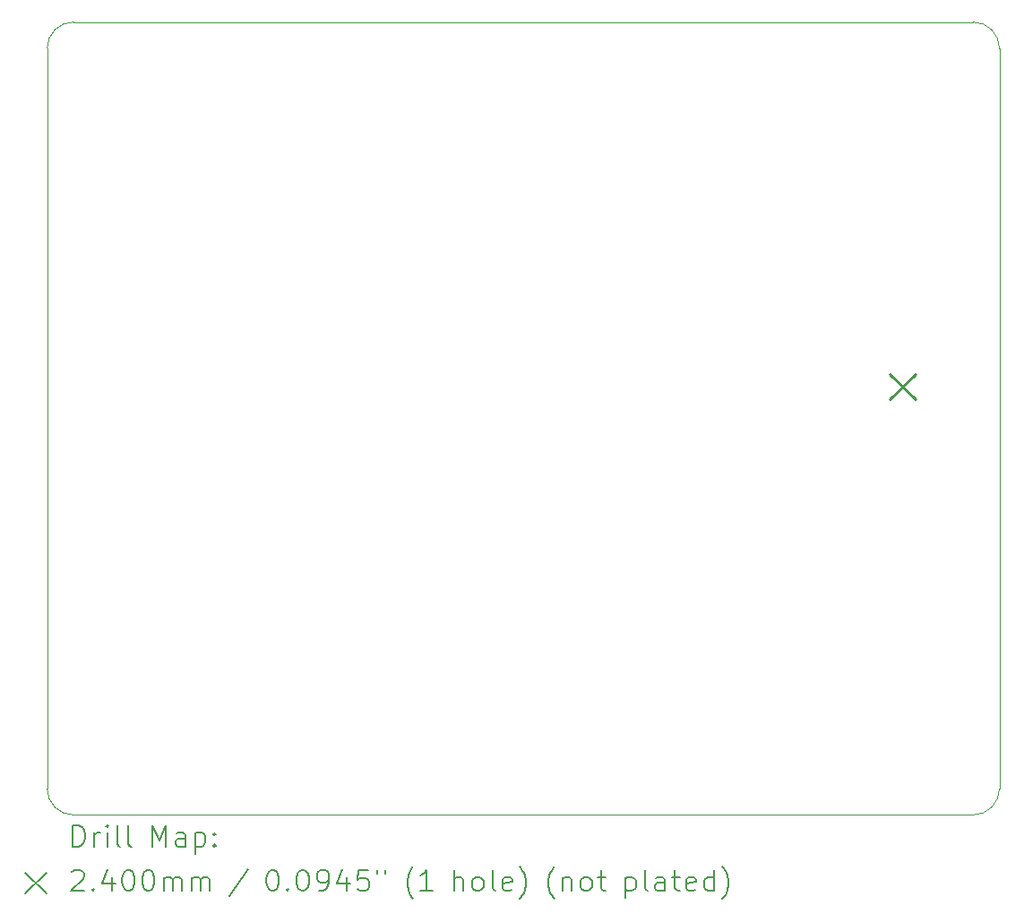
<source format=gbr>
%TF.GenerationSoftware,KiCad,Pcbnew,(7.0.0)*%
%TF.CreationDate,2023-04-14T02:26:39+02:00*%
%TF.ProjectId,EEE3088F_CKR,45454533-3038-4384-965f-434b522e6b69,0.2*%
%TF.SameCoordinates,Original*%
%TF.FileFunction,Drillmap*%
%TF.FilePolarity,Positive*%
%FSLAX45Y45*%
G04 Gerber Fmt 4.5, Leading zero omitted, Abs format (unit mm)*
G04 Created by KiCad (PCBNEW (7.0.0)) date 2023-04-14 02:26:39*
%MOMM*%
%LPD*%
G01*
G04 APERTURE LIST*
%ADD10C,0.100000*%
%ADD11C,0.200000*%
%ADD12C,0.240000*%
G04 APERTURE END LIST*
D10*
X19250000Y-10000000D02*
G75*
G03*
X19500000Y-9750000I0J250000D01*
G01*
X10750000Y-2500000D02*
G75*
G03*
X10500000Y-2750000I0J-250000D01*
G01*
X19500000Y-2750000D02*
G75*
G03*
X19250000Y-2500000I-250000J0D01*
G01*
X10500000Y-9750000D02*
X10500000Y-2750000D01*
X10750000Y-10000000D02*
X19250000Y-10000000D01*
X10500000Y-9750000D02*
G75*
G03*
X10750000Y-10000000I250000J0D01*
G01*
X19500000Y-2750000D02*
X19500000Y-9750000D01*
X10750000Y-2500000D02*
X19250000Y-2500000D01*
D11*
D12*
X18463998Y-5830000D02*
X18703998Y-6070000D01*
X18703998Y-5830000D02*
X18463998Y-6070000D01*
D11*
X10742619Y-10298476D02*
X10742619Y-10098476D01*
X10742619Y-10098476D02*
X10790238Y-10098476D01*
X10790238Y-10098476D02*
X10818810Y-10108000D01*
X10818810Y-10108000D02*
X10837857Y-10127048D01*
X10837857Y-10127048D02*
X10847381Y-10146095D01*
X10847381Y-10146095D02*
X10856905Y-10184190D01*
X10856905Y-10184190D02*
X10856905Y-10212762D01*
X10856905Y-10212762D02*
X10847381Y-10250857D01*
X10847381Y-10250857D02*
X10837857Y-10269905D01*
X10837857Y-10269905D02*
X10818810Y-10288952D01*
X10818810Y-10288952D02*
X10790238Y-10298476D01*
X10790238Y-10298476D02*
X10742619Y-10298476D01*
X10942619Y-10298476D02*
X10942619Y-10165143D01*
X10942619Y-10203238D02*
X10952143Y-10184190D01*
X10952143Y-10184190D02*
X10961667Y-10174667D01*
X10961667Y-10174667D02*
X10980714Y-10165143D01*
X10980714Y-10165143D02*
X10999762Y-10165143D01*
X11066429Y-10298476D02*
X11066429Y-10165143D01*
X11066429Y-10098476D02*
X11056905Y-10108000D01*
X11056905Y-10108000D02*
X11066429Y-10117524D01*
X11066429Y-10117524D02*
X11075952Y-10108000D01*
X11075952Y-10108000D02*
X11066429Y-10098476D01*
X11066429Y-10098476D02*
X11066429Y-10117524D01*
X11190238Y-10298476D02*
X11171190Y-10288952D01*
X11171190Y-10288952D02*
X11161667Y-10269905D01*
X11161667Y-10269905D02*
X11161667Y-10098476D01*
X11295000Y-10298476D02*
X11275952Y-10288952D01*
X11275952Y-10288952D02*
X11266428Y-10269905D01*
X11266428Y-10269905D02*
X11266428Y-10098476D01*
X11491190Y-10298476D02*
X11491190Y-10098476D01*
X11491190Y-10098476D02*
X11557857Y-10241333D01*
X11557857Y-10241333D02*
X11624524Y-10098476D01*
X11624524Y-10098476D02*
X11624524Y-10298476D01*
X11805476Y-10298476D02*
X11805476Y-10193714D01*
X11805476Y-10193714D02*
X11795952Y-10174667D01*
X11795952Y-10174667D02*
X11776905Y-10165143D01*
X11776905Y-10165143D02*
X11738809Y-10165143D01*
X11738809Y-10165143D02*
X11719762Y-10174667D01*
X11805476Y-10288952D02*
X11786428Y-10298476D01*
X11786428Y-10298476D02*
X11738809Y-10298476D01*
X11738809Y-10298476D02*
X11719762Y-10288952D01*
X11719762Y-10288952D02*
X11710238Y-10269905D01*
X11710238Y-10269905D02*
X11710238Y-10250857D01*
X11710238Y-10250857D02*
X11719762Y-10231810D01*
X11719762Y-10231810D02*
X11738809Y-10222286D01*
X11738809Y-10222286D02*
X11786428Y-10222286D01*
X11786428Y-10222286D02*
X11805476Y-10212762D01*
X11900714Y-10165143D02*
X11900714Y-10365143D01*
X11900714Y-10174667D02*
X11919762Y-10165143D01*
X11919762Y-10165143D02*
X11957857Y-10165143D01*
X11957857Y-10165143D02*
X11976905Y-10174667D01*
X11976905Y-10174667D02*
X11986428Y-10184190D01*
X11986428Y-10184190D02*
X11995952Y-10203238D01*
X11995952Y-10203238D02*
X11995952Y-10260381D01*
X11995952Y-10260381D02*
X11986428Y-10279429D01*
X11986428Y-10279429D02*
X11976905Y-10288952D01*
X11976905Y-10288952D02*
X11957857Y-10298476D01*
X11957857Y-10298476D02*
X11919762Y-10298476D01*
X11919762Y-10298476D02*
X11900714Y-10288952D01*
X12081667Y-10279429D02*
X12091190Y-10288952D01*
X12091190Y-10288952D02*
X12081667Y-10298476D01*
X12081667Y-10298476D02*
X12072143Y-10288952D01*
X12072143Y-10288952D02*
X12081667Y-10279429D01*
X12081667Y-10279429D02*
X12081667Y-10298476D01*
X12081667Y-10174667D02*
X12091190Y-10184190D01*
X12091190Y-10184190D02*
X12081667Y-10193714D01*
X12081667Y-10193714D02*
X12072143Y-10184190D01*
X12072143Y-10184190D02*
X12081667Y-10174667D01*
X12081667Y-10174667D02*
X12081667Y-10193714D01*
X10295000Y-10545000D02*
X10495000Y-10745000D01*
X10495000Y-10545000D02*
X10295000Y-10745000D01*
X10733095Y-10537524D02*
X10742619Y-10528000D01*
X10742619Y-10528000D02*
X10761667Y-10518476D01*
X10761667Y-10518476D02*
X10809286Y-10518476D01*
X10809286Y-10518476D02*
X10828333Y-10528000D01*
X10828333Y-10528000D02*
X10837857Y-10537524D01*
X10837857Y-10537524D02*
X10847381Y-10556571D01*
X10847381Y-10556571D02*
X10847381Y-10575619D01*
X10847381Y-10575619D02*
X10837857Y-10604190D01*
X10837857Y-10604190D02*
X10723571Y-10718476D01*
X10723571Y-10718476D02*
X10847381Y-10718476D01*
X10933095Y-10699429D02*
X10942619Y-10708952D01*
X10942619Y-10708952D02*
X10933095Y-10718476D01*
X10933095Y-10718476D02*
X10923571Y-10708952D01*
X10923571Y-10708952D02*
X10933095Y-10699429D01*
X10933095Y-10699429D02*
X10933095Y-10718476D01*
X11114048Y-10585143D02*
X11114048Y-10718476D01*
X11066429Y-10508952D02*
X11018810Y-10651810D01*
X11018810Y-10651810D02*
X11142619Y-10651810D01*
X11256905Y-10518476D02*
X11275952Y-10518476D01*
X11275952Y-10518476D02*
X11295000Y-10528000D01*
X11295000Y-10528000D02*
X11304524Y-10537524D01*
X11304524Y-10537524D02*
X11314048Y-10556571D01*
X11314048Y-10556571D02*
X11323571Y-10594667D01*
X11323571Y-10594667D02*
X11323571Y-10642286D01*
X11323571Y-10642286D02*
X11314048Y-10680381D01*
X11314048Y-10680381D02*
X11304524Y-10699429D01*
X11304524Y-10699429D02*
X11295000Y-10708952D01*
X11295000Y-10708952D02*
X11275952Y-10718476D01*
X11275952Y-10718476D02*
X11256905Y-10718476D01*
X11256905Y-10718476D02*
X11237857Y-10708952D01*
X11237857Y-10708952D02*
X11228333Y-10699429D01*
X11228333Y-10699429D02*
X11218809Y-10680381D01*
X11218809Y-10680381D02*
X11209286Y-10642286D01*
X11209286Y-10642286D02*
X11209286Y-10594667D01*
X11209286Y-10594667D02*
X11218809Y-10556571D01*
X11218809Y-10556571D02*
X11228333Y-10537524D01*
X11228333Y-10537524D02*
X11237857Y-10528000D01*
X11237857Y-10528000D02*
X11256905Y-10518476D01*
X11447381Y-10518476D02*
X11466429Y-10518476D01*
X11466429Y-10518476D02*
X11485476Y-10528000D01*
X11485476Y-10528000D02*
X11495000Y-10537524D01*
X11495000Y-10537524D02*
X11504524Y-10556571D01*
X11504524Y-10556571D02*
X11514048Y-10594667D01*
X11514048Y-10594667D02*
X11514048Y-10642286D01*
X11514048Y-10642286D02*
X11504524Y-10680381D01*
X11504524Y-10680381D02*
X11495000Y-10699429D01*
X11495000Y-10699429D02*
X11485476Y-10708952D01*
X11485476Y-10708952D02*
X11466429Y-10718476D01*
X11466429Y-10718476D02*
X11447381Y-10718476D01*
X11447381Y-10718476D02*
X11428333Y-10708952D01*
X11428333Y-10708952D02*
X11418809Y-10699429D01*
X11418809Y-10699429D02*
X11409286Y-10680381D01*
X11409286Y-10680381D02*
X11399762Y-10642286D01*
X11399762Y-10642286D02*
X11399762Y-10594667D01*
X11399762Y-10594667D02*
X11409286Y-10556571D01*
X11409286Y-10556571D02*
X11418809Y-10537524D01*
X11418809Y-10537524D02*
X11428333Y-10528000D01*
X11428333Y-10528000D02*
X11447381Y-10518476D01*
X11599762Y-10718476D02*
X11599762Y-10585143D01*
X11599762Y-10604190D02*
X11609286Y-10594667D01*
X11609286Y-10594667D02*
X11628333Y-10585143D01*
X11628333Y-10585143D02*
X11656905Y-10585143D01*
X11656905Y-10585143D02*
X11675952Y-10594667D01*
X11675952Y-10594667D02*
X11685476Y-10613714D01*
X11685476Y-10613714D02*
X11685476Y-10718476D01*
X11685476Y-10613714D02*
X11695000Y-10594667D01*
X11695000Y-10594667D02*
X11714048Y-10585143D01*
X11714048Y-10585143D02*
X11742619Y-10585143D01*
X11742619Y-10585143D02*
X11761667Y-10594667D01*
X11761667Y-10594667D02*
X11771190Y-10613714D01*
X11771190Y-10613714D02*
X11771190Y-10718476D01*
X11866429Y-10718476D02*
X11866429Y-10585143D01*
X11866429Y-10604190D02*
X11875952Y-10594667D01*
X11875952Y-10594667D02*
X11895000Y-10585143D01*
X11895000Y-10585143D02*
X11923571Y-10585143D01*
X11923571Y-10585143D02*
X11942619Y-10594667D01*
X11942619Y-10594667D02*
X11952143Y-10613714D01*
X11952143Y-10613714D02*
X11952143Y-10718476D01*
X11952143Y-10613714D02*
X11961667Y-10594667D01*
X11961667Y-10594667D02*
X11980714Y-10585143D01*
X11980714Y-10585143D02*
X12009286Y-10585143D01*
X12009286Y-10585143D02*
X12028333Y-10594667D01*
X12028333Y-10594667D02*
X12037857Y-10613714D01*
X12037857Y-10613714D02*
X12037857Y-10718476D01*
X12395952Y-10508952D02*
X12224524Y-10766095D01*
X12620714Y-10518476D02*
X12639762Y-10518476D01*
X12639762Y-10518476D02*
X12658810Y-10528000D01*
X12658810Y-10528000D02*
X12668333Y-10537524D01*
X12668333Y-10537524D02*
X12677857Y-10556571D01*
X12677857Y-10556571D02*
X12687381Y-10594667D01*
X12687381Y-10594667D02*
X12687381Y-10642286D01*
X12687381Y-10642286D02*
X12677857Y-10680381D01*
X12677857Y-10680381D02*
X12668333Y-10699429D01*
X12668333Y-10699429D02*
X12658810Y-10708952D01*
X12658810Y-10708952D02*
X12639762Y-10718476D01*
X12639762Y-10718476D02*
X12620714Y-10718476D01*
X12620714Y-10718476D02*
X12601667Y-10708952D01*
X12601667Y-10708952D02*
X12592143Y-10699429D01*
X12592143Y-10699429D02*
X12582619Y-10680381D01*
X12582619Y-10680381D02*
X12573095Y-10642286D01*
X12573095Y-10642286D02*
X12573095Y-10594667D01*
X12573095Y-10594667D02*
X12582619Y-10556571D01*
X12582619Y-10556571D02*
X12592143Y-10537524D01*
X12592143Y-10537524D02*
X12601667Y-10528000D01*
X12601667Y-10528000D02*
X12620714Y-10518476D01*
X12773095Y-10699429D02*
X12782619Y-10708952D01*
X12782619Y-10708952D02*
X12773095Y-10718476D01*
X12773095Y-10718476D02*
X12763571Y-10708952D01*
X12763571Y-10708952D02*
X12773095Y-10699429D01*
X12773095Y-10699429D02*
X12773095Y-10718476D01*
X12906429Y-10518476D02*
X12925476Y-10518476D01*
X12925476Y-10518476D02*
X12944524Y-10528000D01*
X12944524Y-10528000D02*
X12954048Y-10537524D01*
X12954048Y-10537524D02*
X12963571Y-10556571D01*
X12963571Y-10556571D02*
X12973095Y-10594667D01*
X12973095Y-10594667D02*
X12973095Y-10642286D01*
X12973095Y-10642286D02*
X12963571Y-10680381D01*
X12963571Y-10680381D02*
X12954048Y-10699429D01*
X12954048Y-10699429D02*
X12944524Y-10708952D01*
X12944524Y-10708952D02*
X12925476Y-10718476D01*
X12925476Y-10718476D02*
X12906429Y-10718476D01*
X12906429Y-10718476D02*
X12887381Y-10708952D01*
X12887381Y-10708952D02*
X12877857Y-10699429D01*
X12877857Y-10699429D02*
X12868333Y-10680381D01*
X12868333Y-10680381D02*
X12858810Y-10642286D01*
X12858810Y-10642286D02*
X12858810Y-10594667D01*
X12858810Y-10594667D02*
X12868333Y-10556571D01*
X12868333Y-10556571D02*
X12877857Y-10537524D01*
X12877857Y-10537524D02*
X12887381Y-10528000D01*
X12887381Y-10528000D02*
X12906429Y-10518476D01*
X13068333Y-10718476D02*
X13106429Y-10718476D01*
X13106429Y-10718476D02*
X13125476Y-10708952D01*
X13125476Y-10708952D02*
X13135000Y-10699429D01*
X13135000Y-10699429D02*
X13154048Y-10670857D01*
X13154048Y-10670857D02*
X13163571Y-10632762D01*
X13163571Y-10632762D02*
X13163571Y-10556571D01*
X13163571Y-10556571D02*
X13154048Y-10537524D01*
X13154048Y-10537524D02*
X13144524Y-10528000D01*
X13144524Y-10528000D02*
X13125476Y-10518476D01*
X13125476Y-10518476D02*
X13087381Y-10518476D01*
X13087381Y-10518476D02*
X13068333Y-10528000D01*
X13068333Y-10528000D02*
X13058810Y-10537524D01*
X13058810Y-10537524D02*
X13049286Y-10556571D01*
X13049286Y-10556571D02*
X13049286Y-10604190D01*
X13049286Y-10604190D02*
X13058810Y-10623238D01*
X13058810Y-10623238D02*
X13068333Y-10632762D01*
X13068333Y-10632762D02*
X13087381Y-10642286D01*
X13087381Y-10642286D02*
X13125476Y-10642286D01*
X13125476Y-10642286D02*
X13144524Y-10632762D01*
X13144524Y-10632762D02*
X13154048Y-10623238D01*
X13154048Y-10623238D02*
X13163571Y-10604190D01*
X13335000Y-10585143D02*
X13335000Y-10718476D01*
X13287381Y-10508952D02*
X13239762Y-10651810D01*
X13239762Y-10651810D02*
X13363571Y-10651810D01*
X13535000Y-10518476D02*
X13439762Y-10518476D01*
X13439762Y-10518476D02*
X13430238Y-10613714D01*
X13430238Y-10613714D02*
X13439762Y-10604190D01*
X13439762Y-10604190D02*
X13458810Y-10594667D01*
X13458810Y-10594667D02*
X13506429Y-10594667D01*
X13506429Y-10594667D02*
X13525476Y-10604190D01*
X13525476Y-10604190D02*
X13535000Y-10613714D01*
X13535000Y-10613714D02*
X13544524Y-10632762D01*
X13544524Y-10632762D02*
X13544524Y-10680381D01*
X13544524Y-10680381D02*
X13535000Y-10699429D01*
X13535000Y-10699429D02*
X13525476Y-10708952D01*
X13525476Y-10708952D02*
X13506429Y-10718476D01*
X13506429Y-10718476D02*
X13458810Y-10718476D01*
X13458810Y-10718476D02*
X13439762Y-10708952D01*
X13439762Y-10708952D02*
X13430238Y-10699429D01*
X13620714Y-10518476D02*
X13620714Y-10556571D01*
X13696905Y-10518476D02*
X13696905Y-10556571D01*
X13959762Y-10794667D02*
X13950238Y-10785143D01*
X13950238Y-10785143D02*
X13931191Y-10756571D01*
X13931191Y-10756571D02*
X13921667Y-10737524D01*
X13921667Y-10737524D02*
X13912143Y-10708952D01*
X13912143Y-10708952D02*
X13902619Y-10661333D01*
X13902619Y-10661333D02*
X13902619Y-10623238D01*
X13902619Y-10623238D02*
X13912143Y-10575619D01*
X13912143Y-10575619D02*
X13921667Y-10547048D01*
X13921667Y-10547048D02*
X13931191Y-10528000D01*
X13931191Y-10528000D02*
X13950238Y-10499429D01*
X13950238Y-10499429D02*
X13959762Y-10489905D01*
X14140714Y-10718476D02*
X14026429Y-10718476D01*
X14083571Y-10718476D02*
X14083571Y-10518476D01*
X14083571Y-10518476D02*
X14064524Y-10547048D01*
X14064524Y-10547048D02*
X14045476Y-10566095D01*
X14045476Y-10566095D02*
X14026429Y-10575619D01*
X14346429Y-10718476D02*
X14346429Y-10518476D01*
X14432143Y-10718476D02*
X14432143Y-10613714D01*
X14432143Y-10613714D02*
X14422619Y-10594667D01*
X14422619Y-10594667D02*
X14403572Y-10585143D01*
X14403572Y-10585143D02*
X14375000Y-10585143D01*
X14375000Y-10585143D02*
X14355952Y-10594667D01*
X14355952Y-10594667D02*
X14346429Y-10604190D01*
X14555952Y-10718476D02*
X14536905Y-10708952D01*
X14536905Y-10708952D02*
X14527381Y-10699429D01*
X14527381Y-10699429D02*
X14517857Y-10680381D01*
X14517857Y-10680381D02*
X14517857Y-10623238D01*
X14517857Y-10623238D02*
X14527381Y-10604190D01*
X14527381Y-10604190D02*
X14536905Y-10594667D01*
X14536905Y-10594667D02*
X14555952Y-10585143D01*
X14555952Y-10585143D02*
X14584524Y-10585143D01*
X14584524Y-10585143D02*
X14603572Y-10594667D01*
X14603572Y-10594667D02*
X14613095Y-10604190D01*
X14613095Y-10604190D02*
X14622619Y-10623238D01*
X14622619Y-10623238D02*
X14622619Y-10680381D01*
X14622619Y-10680381D02*
X14613095Y-10699429D01*
X14613095Y-10699429D02*
X14603572Y-10708952D01*
X14603572Y-10708952D02*
X14584524Y-10718476D01*
X14584524Y-10718476D02*
X14555952Y-10718476D01*
X14736905Y-10718476D02*
X14717857Y-10708952D01*
X14717857Y-10708952D02*
X14708333Y-10689905D01*
X14708333Y-10689905D02*
X14708333Y-10518476D01*
X14889286Y-10708952D02*
X14870238Y-10718476D01*
X14870238Y-10718476D02*
X14832143Y-10718476D01*
X14832143Y-10718476D02*
X14813095Y-10708952D01*
X14813095Y-10708952D02*
X14803572Y-10689905D01*
X14803572Y-10689905D02*
X14803572Y-10613714D01*
X14803572Y-10613714D02*
X14813095Y-10594667D01*
X14813095Y-10594667D02*
X14832143Y-10585143D01*
X14832143Y-10585143D02*
X14870238Y-10585143D01*
X14870238Y-10585143D02*
X14889286Y-10594667D01*
X14889286Y-10594667D02*
X14898810Y-10613714D01*
X14898810Y-10613714D02*
X14898810Y-10632762D01*
X14898810Y-10632762D02*
X14803572Y-10651810D01*
X14965476Y-10794667D02*
X14975000Y-10785143D01*
X14975000Y-10785143D02*
X14994048Y-10756571D01*
X14994048Y-10756571D02*
X15003572Y-10737524D01*
X15003572Y-10737524D02*
X15013095Y-10708952D01*
X15013095Y-10708952D02*
X15022619Y-10661333D01*
X15022619Y-10661333D02*
X15022619Y-10623238D01*
X15022619Y-10623238D02*
X15013095Y-10575619D01*
X15013095Y-10575619D02*
X15003572Y-10547048D01*
X15003572Y-10547048D02*
X14994048Y-10528000D01*
X14994048Y-10528000D02*
X14975000Y-10499429D01*
X14975000Y-10499429D02*
X14965476Y-10489905D01*
X15295000Y-10794667D02*
X15285476Y-10785143D01*
X15285476Y-10785143D02*
X15266429Y-10756571D01*
X15266429Y-10756571D02*
X15256905Y-10737524D01*
X15256905Y-10737524D02*
X15247381Y-10708952D01*
X15247381Y-10708952D02*
X15237857Y-10661333D01*
X15237857Y-10661333D02*
X15237857Y-10623238D01*
X15237857Y-10623238D02*
X15247381Y-10575619D01*
X15247381Y-10575619D02*
X15256905Y-10547048D01*
X15256905Y-10547048D02*
X15266429Y-10528000D01*
X15266429Y-10528000D02*
X15285476Y-10499429D01*
X15285476Y-10499429D02*
X15295000Y-10489905D01*
X15371191Y-10585143D02*
X15371191Y-10718476D01*
X15371191Y-10604190D02*
X15380714Y-10594667D01*
X15380714Y-10594667D02*
X15399762Y-10585143D01*
X15399762Y-10585143D02*
X15428333Y-10585143D01*
X15428333Y-10585143D02*
X15447381Y-10594667D01*
X15447381Y-10594667D02*
X15456905Y-10613714D01*
X15456905Y-10613714D02*
X15456905Y-10718476D01*
X15580714Y-10718476D02*
X15561667Y-10708952D01*
X15561667Y-10708952D02*
X15552143Y-10699429D01*
X15552143Y-10699429D02*
X15542619Y-10680381D01*
X15542619Y-10680381D02*
X15542619Y-10623238D01*
X15542619Y-10623238D02*
X15552143Y-10604190D01*
X15552143Y-10604190D02*
X15561667Y-10594667D01*
X15561667Y-10594667D02*
X15580714Y-10585143D01*
X15580714Y-10585143D02*
X15609286Y-10585143D01*
X15609286Y-10585143D02*
X15628333Y-10594667D01*
X15628333Y-10594667D02*
X15637857Y-10604190D01*
X15637857Y-10604190D02*
X15647381Y-10623238D01*
X15647381Y-10623238D02*
X15647381Y-10680381D01*
X15647381Y-10680381D02*
X15637857Y-10699429D01*
X15637857Y-10699429D02*
X15628333Y-10708952D01*
X15628333Y-10708952D02*
X15609286Y-10718476D01*
X15609286Y-10718476D02*
X15580714Y-10718476D01*
X15704524Y-10585143D02*
X15780714Y-10585143D01*
X15733095Y-10518476D02*
X15733095Y-10689905D01*
X15733095Y-10689905D02*
X15742619Y-10708952D01*
X15742619Y-10708952D02*
X15761667Y-10718476D01*
X15761667Y-10718476D02*
X15780714Y-10718476D01*
X15967381Y-10585143D02*
X15967381Y-10785143D01*
X15967381Y-10594667D02*
X15986429Y-10585143D01*
X15986429Y-10585143D02*
X16024524Y-10585143D01*
X16024524Y-10585143D02*
X16043572Y-10594667D01*
X16043572Y-10594667D02*
X16053095Y-10604190D01*
X16053095Y-10604190D02*
X16062619Y-10623238D01*
X16062619Y-10623238D02*
X16062619Y-10680381D01*
X16062619Y-10680381D02*
X16053095Y-10699429D01*
X16053095Y-10699429D02*
X16043572Y-10708952D01*
X16043572Y-10708952D02*
X16024524Y-10718476D01*
X16024524Y-10718476D02*
X15986429Y-10718476D01*
X15986429Y-10718476D02*
X15967381Y-10708952D01*
X16176905Y-10718476D02*
X16157857Y-10708952D01*
X16157857Y-10708952D02*
X16148333Y-10689905D01*
X16148333Y-10689905D02*
X16148333Y-10518476D01*
X16338810Y-10718476D02*
X16338810Y-10613714D01*
X16338810Y-10613714D02*
X16329286Y-10594667D01*
X16329286Y-10594667D02*
X16310238Y-10585143D01*
X16310238Y-10585143D02*
X16272143Y-10585143D01*
X16272143Y-10585143D02*
X16253095Y-10594667D01*
X16338810Y-10708952D02*
X16319762Y-10718476D01*
X16319762Y-10718476D02*
X16272143Y-10718476D01*
X16272143Y-10718476D02*
X16253095Y-10708952D01*
X16253095Y-10708952D02*
X16243572Y-10689905D01*
X16243572Y-10689905D02*
X16243572Y-10670857D01*
X16243572Y-10670857D02*
X16253095Y-10651810D01*
X16253095Y-10651810D02*
X16272143Y-10642286D01*
X16272143Y-10642286D02*
X16319762Y-10642286D01*
X16319762Y-10642286D02*
X16338810Y-10632762D01*
X16405476Y-10585143D02*
X16481667Y-10585143D01*
X16434048Y-10518476D02*
X16434048Y-10689905D01*
X16434048Y-10689905D02*
X16443572Y-10708952D01*
X16443572Y-10708952D02*
X16462619Y-10718476D01*
X16462619Y-10718476D02*
X16481667Y-10718476D01*
X16624524Y-10708952D02*
X16605476Y-10718476D01*
X16605476Y-10718476D02*
X16567381Y-10718476D01*
X16567381Y-10718476D02*
X16548333Y-10708952D01*
X16548333Y-10708952D02*
X16538810Y-10689905D01*
X16538810Y-10689905D02*
X16538810Y-10613714D01*
X16538810Y-10613714D02*
X16548333Y-10594667D01*
X16548333Y-10594667D02*
X16567381Y-10585143D01*
X16567381Y-10585143D02*
X16605476Y-10585143D01*
X16605476Y-10585143D02*
X16624524Y-10594667D01*
X16624524Y-10594667D02*
X16634048Y-10613714D01*
X16634048Y-10613714D02*
X16634048Y-10632762D01*
X16634048Y-10632762D02*
X16538810Y-10651810D01*
X16805476Y-10718476D02*
X16805476Y-10518476D01*
X16805476Y-10708952D02*
X16786429Y-10718476D01*
X16786429Y-10718476D02*
X16748333Y-10718476D01*
X16748333Y-10718476D02*
X16729286Y-10708952D01*
X16729286Y-10708952D02*
X16719762Y-10699429D01*
X16719762Y-10699429D02*
X16710238Y-10680381D01*
X16710238Y-10680381D02*
X16710238Y-10623238D01*
X16710238Y-10623238D02*
X16719762Y-10604190D01*
X16719762Y-10604190D02*
X16729286Y-10594667D01*
X16729286Y-10594667D02*
X16748333Y-10585143D01*
X16748333Y-10585143D02*
X16786429Y-10585143D01*
X16786429Y-10585143D02*
X16805476Y-10594667D01*
X16881667Y-10794667D02*
X16891191Y-10785143D01*
X16891191Y-10785143D02*
X16910238Y-10756571D01*
X16910238Y-10756571D02*
X16919762Y-10737524D01*
X16919762Y-10737524D02*
X16929286Y-10708952D01*
X16929286Y-10708952D02*
X16938810Y-10661333D01*
X16938810Y-10661333D02*
X16938810Y-10623238D01*
X16938810Y-10623238D02*
X16929286Y-10575619D01*
X16929286Y-10575619D02*
X16919762Y-10547048D01*
X16919762Y-10547048D02*
X16910238Y-10528000D01*
X16910238Y-10528000D02*
X16891191Y-10499429D01*
X16891191Y-10499429D02*
X16881667Y-10489905D01*
M02*

</source>
